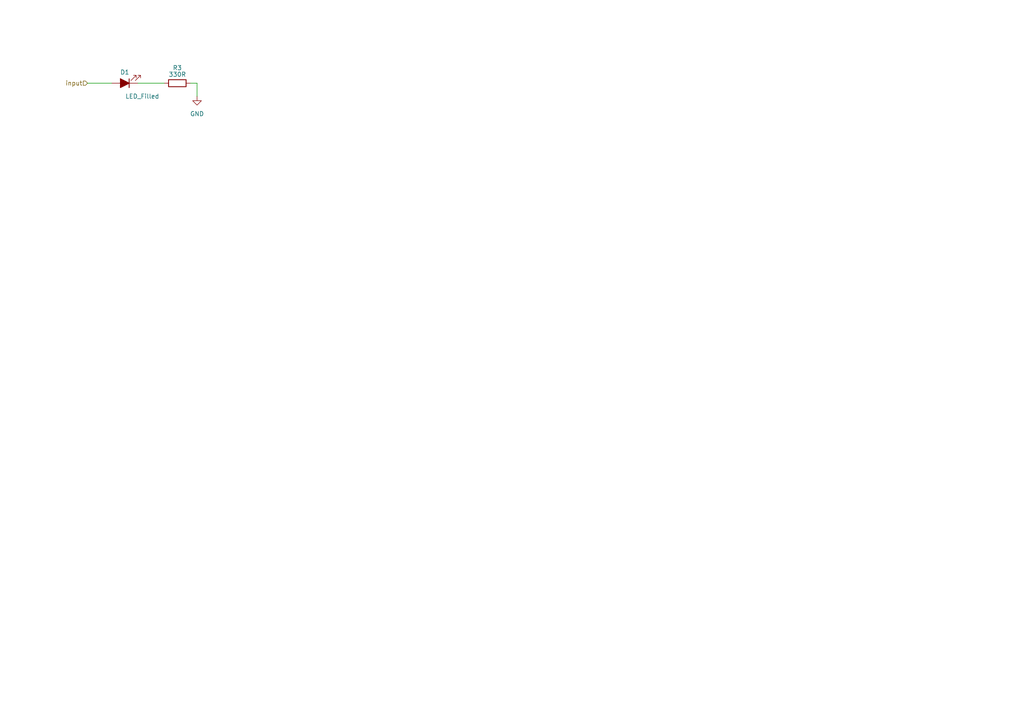
<source format=kicad_sch>
(kicad_sch (version 20211123) (generator eeschema)
  (paper "A4")
  (lib_symbols
    (symbol "Device:LED_Filled" (pin_numbers hide) (pin_names (offset 1.016) hide)
      (property "Reference" "D" (at 0 2.54 0))
      (property "Value" "LED_Filled" (at 0 -2.54 0))
      (symbol "LED_Filled_0_1"
        (polyline (pts (xy -1.27 -1.27) (xy -1.27 1.27)) (stroke (width 0.254)))
        (polyline (pts (xy -1.27 0) (xy 1.27 0)))
        (polyline (pts (xy 1.27 -1.27) (xy 1.27 1.27) (xy -1.27 0) (xy 1.27 -1.27)) (stroke (width 0.254)) (fill (type outline)))
        (polyline (pts (xy -3.048 -0.762) (xy -4.572 -2.286) (xy -3.81 -2.286) (xy -4.572 -2.286) (xy -4.572 -1.524)))
        (polyline (pts (xy -1.778 -0.762) (xy -3.302 -2.286) (xy -2.54 -2.286) (xy -3.302 -2.286) (xy -3.302 -1.524)))
      )
      (symbol "LED_Filled_1_1"
        (pin passive line (at -3.81 0 0) (length 2.54) (name "K") (number "1"))
        (pin passive line (at 3.81 0 180) (length 2.54) (name "A") (number "2"))
      )
    )
    (symbol "ex00:Resistance" (pin_numbers hide) (pin_names (offset 0))
      (property "Reference" "R" (at 0 2.54 0))
      (property "Value" "Resistance" (at 0 5.08 0))
      (symbol "Resistance_0_1"
        (rectangle (start -2.54 1.016) (end 2.54 -1.016) (stroke (width 0.254)))
      )
      (symbol "Resistance_1_1"
        (pin passive line (at 3.81 0 180) (length 1.27) (name "~") (number "1"))
        (pin passive line (at -3.81 0 0) (length 1.27) (name "~") (number "2"))
      )
    )
    (symbol "power:GND" (power) (pin_names (offset 0))
      (property "Value" "GND" (at 0 -3.81 0))
      (symbol "GND_0_1"
        (polyline (pts (xy 0 0) (xy 0 -1.27) (xy 1.27 -1.27) (xy 0 -2.54) (xy -1.27 -1.27) (xy 0 -1.27)))
      )
      (symbol "GND_1_1"
        (pin power_in line (at 0 0 270) (length 0) hide (name "GND") (number "1"))
      )
    )
  )
  (wire (pts (xy 57.15 24.13) (xy 57.15 27.94)))
  (wire (pts (xy 25.4 24.13) (xy 32.385 24.13)))
  (wire (pts (xy 55.245 24.13) (xy 57.15 24.13)))
  (wire (pts (xy 40.005 24.13) (xy 47.625 24.13)))
  (hierarchical_label "input" (shape input) (at 25.4 24.13 180))
  (symbol (lib_id "Device:LED_Filled") (at 36.195 24.13 180)
    (property "Reference" "D1" (at 36.195 20.955 0))
    (property "Value" "LED_Filled" (at 41.275 27.94 0))
  )
  (symbol (lib_id "power:GND") (at 57.15 27.94 0)
    (property "Reference" "#PWR0116" (effects hide))
    (property "Value" "GND" (at 57.15 33.02 0))
  )
  (symbol (lib_id "ex00:Resistance") (at 51.435 24.13 180)
    (property "Reference" "R3" (at 51.435 19.685 0))
    (property "Value" "330R" (at 51.435 21.59 0))
  )
)
</source>
